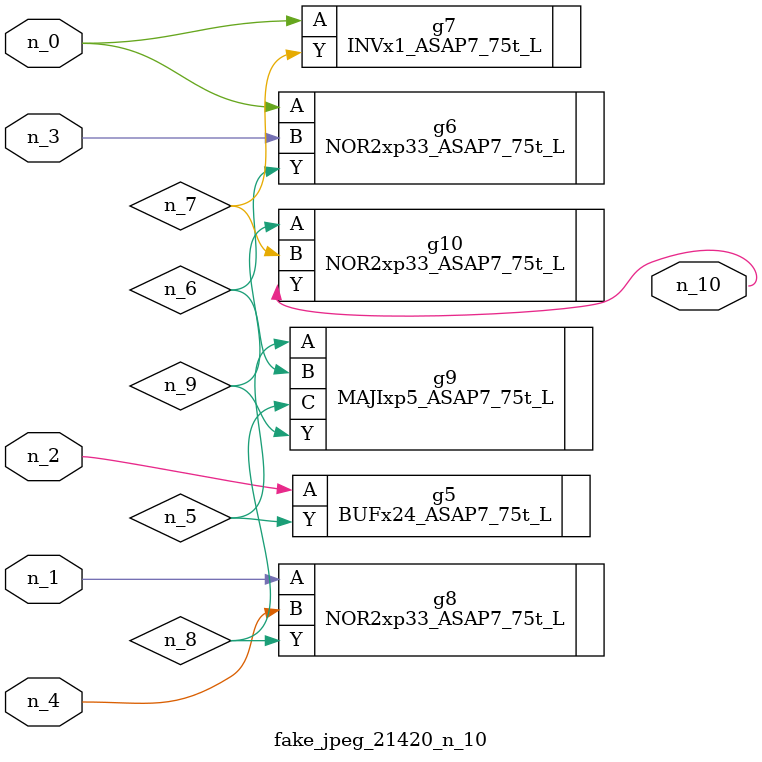
<source format=v>
module fake_jpeg_21420_n_10 (n_3, n_2, n_1, n_0, n_4, n_10);

input n_3;
input n_2;
input n_1;
input n_0;
input n_4;

output n_10;

wire n_8;
wire n_9;
wire n_6;
wire n_5;
wire n_7;

BUFx24_ASAP7_75t_L g5 ( 
.A(n_2),
.Y(n_5)
);

NOR2xp33_ASAP7_75t_L g6 ( 
.A(n_0),
.B(n_3),
.Y(n_6)
);

INVx1_ASAP7_75t_L g7 ( 
.A(n_0),
.Y(n_7)
);

NOR2xp33_ASAP7_75t_L g8 ( 
.A(n_1),
.B(n_4),
.Y(n_8)
);

MAJIxp5_ASAP7_75t_L g9 ( 
.A(n_5),
.B(n_6),
.C(n_8),
.Y(n_9)
);

NOR2xp33_ASAP7_75t_L g10 ( 
.A(n_9),
.B(n_7),
.Y(n_10)
);


endmodule
</source>
